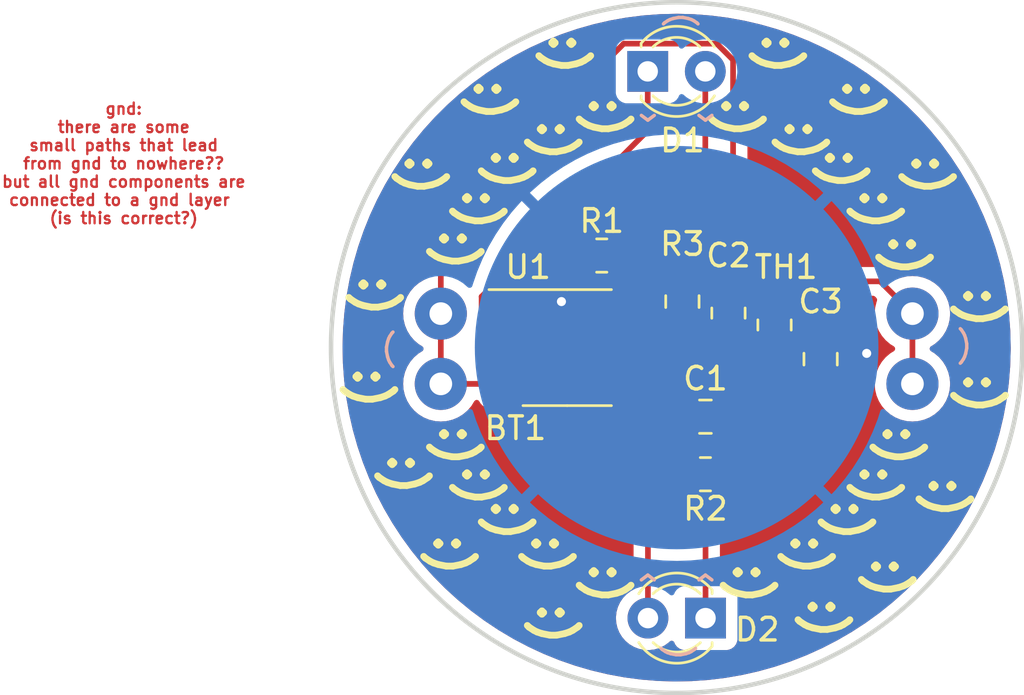
<source format=kicad_pcb>
(kicad_pcb (version 20211014) (generator pcbnew)
  (layers (0 "F.Cu" signal) (31 "B.Cu" signal) (34 "B.Paste" user) (35 "F.Paste" user) (36 "B.SilkS" user "B.Silkscreen") (37 "F.SilkS" user "F.Silkscreen") (38 "B.Mask" user) (39 "F.Mask" user) (44 "Edge.Cuts" user))
  (net 0 "")
  (net 1 "+3V0")
  (net 2 "GND")
  (net 3 "Net-(C1-Pad1)")
  (net 4 "trg")
  (net 5 "Net-(D1-Pad1)")
  (net 6 "Net-(D1-Pad2)")
  (net 7 "Net-(D2-Pad1)")
  (net 8 "Net-(R3-Pad1)")
  (footprint "LED_THT:LED_D3.0mm" (layer "F.Cu") (at 144.775 85.852)
    (fp_text reference "D1" (at 1.529 3.048) (layer "F.SilkS"))
    (fp_text value "LED")
    (fp_line (start -0.29 1.08) (end -0.29 1.236) (layer "F.SilkS") (width 0.12))
    (fp_line (start -0.29 -1.236) (end -0.29 -1.08) (layer "F.SilkS") (width 0.12))
    (fp_arc (start 2.942335 1.078608) (mid 1.366487 1.987659) (end -0.29 1.235516) (layer "F.SilkS") (width 0.12))
    (fp_arc (start 2.31113 1.079837) (mid 1.270117 1.5) (end 0.229039 1.08) (layer "F.SilkS") (width 0.12))
    (fp_arc (start -0.29 -1.235516) (mid 1.366487 -1.987659) (end 2.942335 -1.078608) (layer "F.SilkS") (width 0.12))
    (fp_arc (start 0.229039 -1.08) (mid 1.270117 -1.5) (end 2.31113 -1.079837) (layer "F.SilkS") (width 0.12))
    (pad "1" thru_hole rect (at 0 0) (size 1.8 1.8) (drill 0.9) (layers *.Cu *.Mask) (net 5 "Net-(D1-Pad1)"))
    (pad "2" thru_hole circle (at 2.54 0) (size 1.8 1.8) (drill 0.9) (layers *.Cu *.Mask) (net 6 "Net-(D1-Pad2)"))
  )
  (footprint "Resistor_SMD:R_0805_2012Metric_Pad1.20x1.40mm_HandSolder" (layer "F.Cu") (at 147.32 103.632)
    (fp_text reference "R2" (at 0 1.524) (layer "F.SilkS"))
    (fp_text value "470")
    (fp_line (start -0.227064 -0.735) (end 0.227064 -0.735) (layer "F.SilkS") (width 0.12))
    (fp_line (start -0.227064 0.735) (end 0.227064 0.735) (layer "F.SilkS") (width 0.12))
    (pad "1" smd roundrect (at -1 0) (size 1.2 1.4) (layers "F.Cu" "F.Paste" "F.Mask") (roundrect_rratio 0.208333) (net 7 "Net-(D2-Pad1)"))
    (pad "2" smd roundrect (at 1 0) (size 1.2 1.4) (layers "F.Cu" "F.Paste" "F.Mask") (roundrect_rratio 0.208333) (net 2 "GND"))
  )
  (footprint "Resistor_SMD:R_0805_2012Metric_Pad1.20x1.40mm_HandSolder" (layer "F.Cu") (at 148.336 96.52 90)
    (fp_text reference "R3" (at 3.048 -2.032 180) (layer "F.SilkS"))
    (fp_text value "4k")
    (fp_line (start -0.227064 -0.735) (end 0.227064 -0.735) (layer "F.SilkS") (width 0.12))
    (fp_line (start -0.227064 0.735) (end 0.227064 0.735) (layer "F.SilkS") (width 0.12))
    (pad "1" smd roundrect (at -1 0 90) (size 1.2 1.4) (layers "F.Cu" "F.Paste" "F.Mask") (roundrect_rratio 0.208333) (net 8 "Net-(R3-Pad1)"))
    (pad "2" smd roundrect (at 1 0 90) (size 1.2 1.4) (layers "F.Cu" "F.Paste" "F.Mask") (roundrect_rratio 0.208333) (net 1 "+3V0"))
  )
  (footprint "Resistor_SMD:R_0805_2012Metric_Pad1.20x1.40mm_HandSolder" (layer "F.Cu") (at 150.368 97.044 -90)
    (fp_text reference "TH1" (at -2.556 -0.508 180) (layer "F.SilkS"))
    (fp_text value "4.7k/25C")
    (fp_line (start -0.227064 0.735) (end 0.227064 0.735) (layer "F.SilkS") (width 0.12))
    (fp_line (start -0.227064 -0.735) (end 0.227064 -0.735) (layer "F.SilkS") (width 0.12))
    (pad "1" smd roundrect (at -1 0 270) (size 1.2 1.4) (layers "F.Cu" "F.Paste" "F.Mask") (roundrect_rratio 0.208333) (net 8 "Net-(R3-Pad1)"))
    (pad "2" smd roundrect (at 1 0 270) (size 1.2 1.4) (layers "F.Cu" "F.Paste" "F.Mask") (roundrect_rratio 0.208333) (net 4 "trg"))
  )
  (footprint "Capacitor_SMD:C_0805_2012Metric_Pad1.18x1.45mm_HandSolder" (layer "F.Cu") (at 147.32 101.092)
    (fp_text reference "C1" (at 0 -1.68) (layer "F.SilkS"))
    (fp_text value "10n")
    (fp_line (start -0.261252 0.735) (end 0.261252 0.735) (layer "F.SilkS") (width 0.12))
    (fp_line (start -0.261252 -0.735) (end 0.261252 -0.735) (layer "F.SilkS") (width 0.12))
    (pad "1" smd roundrect (at -1.0375 0) (size 1.175 1.45) (layers "F.Cu" "F.Paste" "F.Mask") (roundrect_rratio 0.212766) (net 3 "Net-(C1-Pad1)"))
    (pad "2" smd roundrect (at 1.0375 0) (size 1.175 1.45) (layers "F.Cu" "F.Paste" "F.Mask") (roundrect_rratio 0.212766) (net 2 "GND"))
  )
  (footprint "Capacitor_SMD:C_0805_2012Metric_Pad1.18x1.45mm_HandSolder" (layer "F.Cu") (at 146.304 96.012 -90)
    (fp_text reference "C2" (at -2.032 -2.032 180) (layer "F.SilkS"))
    (fp_text value "0.1")
    (fp_line (start -0.261252 0.735) (end 0.261252 0.735) (layer "F.SilkS") (width 0.12))
    (fp_line (start -0.261252 -0.735) (end 0.261252 -0.735) (layer "F.SilkS") (width 0.12))
    (pad "1" smd roundrect (at -1.0375 0 270) (size 1.175 1.45) (layers "F.Cu" "F.Paste" "F.Mask") (roundrect_rratio 0.212766) (net 1 "+3V0"))
    (pad "2" smd roundrect (at 1.0375 0 270) (size 1.175 1.45) (layers "F.Cu" "F.Paste" "F.Mask") (roundrect_rratio 0.212766) (net 2 "GND"))
  )
  (footprint "Package_SO:SOIC-8_3.9x4.9mm_P1.27mm" (layer "F.Cu") (at 141.224 98.044)
    (fp_text reference "U1" (at -1.725 -3.556) (layer "F.SilkS"))
    (fp_text value "my555")
    (fp_line (start 0 -2.56) (end -3.45 -2.56) (layer "F.SilkS") (width 0.12))
    (fp_line (start 0 2.56) (end -1.95 2.56) (layer "F.SilkS") (width 0.12))
    (fp_line (start 0 -2.56) (end 1.95 -2.56) (layer "F.SilkS") (width 0.12))
    (fp_line (start 0 2.56) (end 1.95 2.56) (layer "F.SilkS") (width 0.12))
    (pad "1" smd roundrect (at -2.475 -1.905) (size 1.95 0.6) (layers "F.Cu" "F.Paste" "F.Mask") (net 2 "GND"))
    (pad "2" smd roundrect (at -2.475 -0.635) (size 1.95 0.6) (layers "F.Cu" "F.Paste" "F.Mask") (net 4 "trg"))
    (pad "3" smd roundrect (at -2.475 0.635) (size 1.95 0.6) (layers "F.Cu" "F.Paste" "F.Mask") (net 5 "Net-(D1-Pad1)"))
    (pad "4" smd roundrect (at -2.475 1.905) (size 1.95 0.6) (layers "F.Cu" "F.Paste" "F.Mask") (net 1 "+3V0"))
    (pad "5" smd roundrect (at 2.475 1.905) (size 1.95 0.6) (layers "F.Cu" "F.Paste" "F.Mask") (net 3 "Net-(C1-Pad1)"))
    (pad "6" smd roundrect (at 2.475 0.635) (size 1.95 0.6) (layers "F.Cu" "F.Paste" "F.Mask") (net 4 "trg"))
    (pad "7" smd roundrect (at 2.475 -0.635) (size 1.95 0.6) (layers "F.Cu" "F.Paste" "F.Mask") (net 8 "Net-(R3-Pad1)"))
    (pad "8" smd roundrect (at 2.475 -1.905) (size 1.95 0.6) (layers "F.Cu" "F.Paste" "F.Mask") (net 1 "+3V0"))
  )
  (footprint "Resistor_SMD:R_0805_2012Metric_Pad1.20x1.40mm_HandSolder" (layer "F.Cu") (at 142.748 93.98)
    (fp_text reference "R1" (at 0 -1.524) (layer "F.SilkS"))
    (fp_text value "470")
    (fp_line (start -0.227064 0.735) (end 0.227064 0.735) (layer "F.SilkS") (width 0.12))
    (fp_line (start -0.227064 -0.735) (end 0.227064 -0.735) (layer "F.SilkS") (width 0.12))
    (pad "1" smd roundrect (at -1 0) (size 1.2 1.4) (layers "F.Cu" "F.Paste" "F.Mask") (roundrect_rratio 0.208333) (net 1 "+3V0"))
    (pad "2" smd roundrect (at 1 0) (size 1.2 1.4) (layers "F.Cu" "F.Paste" "F.Mask") (roundrect_rratio 0.208333) (net 6 "Net-(D1-Pad2)"))
  )
  (footprint "LED_THT:LED_D3.0mm" (layer "F.Cu") (at 147.325 109.982 180)
    (fp_text reference "D2" (at -2.281 -0.508) (layer "F.SilkS"))
    (fp_text value "LED")
    (fp_line (start -0.29 1.08) (end -0.29 1.236) (layer "F.SilkS") (width 0.12))
    (fp_line (start -0.29 -1.236) (end -0.29 -1.08) (layer "F.SilkS") (width 0.12))
    (fp_arc (start 0.229039 -1.08) (mid 1.270117 -1.5) (end 2.31113 -1.079837) (layer "F.SilkS") (width 0.12))
    (fp_arc (start 2.31113 1.079837) (mid 1.270117 1.5) (end 0.229039 1.08) (layer "F.SilkS") (width 0.12))
    (fp_arc (start -0.29 -1.235516) (mid 1.366487 -1.987659) (end 2.942335 -1.078608) (layer "F.SilkS") (width 0.12))
    (fp_arc (start 2.942335 1.078608) (mid 1.366487 1.987659) (end -0.29 1.235516) (layer "F.SilkS") (width 0.12))
    (pad "1" thru_hole rect (at 0 0 180) (size 1.8 1.8) (drill 0.9) (layers *.Cu *.Mask) (net 7 "Net-(D2-Pad1)"))
    (pad "2" thru_hole circle (at 2.54 0 180) (size 1.8 1.8) (drill 0.9) (layers *.Cu *.Mask) (net 5 "Net-(D1-Pad1)"))
  )
  (footprint "p490:coinbat" (layer "F.Cu") (at 146.05 98.044)
    (fp_text reference "BT1" (at -7.112 3.556 unlocked) (layer "F.SilkS"))
    (fp_text value "baby_batt")
    (pad "1" thru_hole circle (at -10.4 -1.5) (size 2.3 2.3) (drill 1) (layers *.Cu *.Mask) (net 1 "+3V0"))
    (pad "2" thru_hole circle (at -10.4 1.6) (size 2.3 2.3) (drill 1) (layers *.Cu *.Mask) (net 1 "+3V0"))
    (pad "3" thru_hole circle (at 10.4 -1.5) (size 2.3 2.3) (drill 1) (layers *.Cu *.Mask) (net 1 "+3V0"))
    (pad "4" thru_hole circle (at 10.4 1.6) (size 2.3 2.3) (drill 1) (layers *.Cu *.Mask) (net 1 "+3V0"))
    (pad "5" smd circle (at 0 0) (size 17.8 17.8) (layers "B.Cu" "B.Paste" "B.Mask") (net 2 "GND"))
  )
  (footprint "Capacitor_SMD:C_0805_2012Metric_Pad1.18x1.45mm_HandSolder" (layer "F.Cu") (at 152.4 98.552 -90)
    (fp_text reference "C3" (at -2.54 0 180) (layer "F.SilkS"))
    (fp_text value "33micro")
    (fp_line (start -0.261252 0.735) (end 0.261252 0.735) (layer "F.SilkS") (width 0.12))
    (fp_line (start -0.261252 -0.735) (end 0.261252 -0.735) (layer "F.SilkS") (width 0.12))
    (pad "1" smd roundrect (at -1.0375 0 270) (size 1.175 1.45) (layers "F.Cu" "F.Paste" "F.Mask") (roundrect_rratio 0.212766) (net 4 "trg"))
    (pad "2" smd roundrect (at 1.0375 0 270) (size 1.175 1.45) (layers "F.Cu" "F.Paste" "F.Mask") (roundrect_rratio 0.212766) (net 2 "GND"))
  )
  (gr_circle (center 146.05 98.044) (end 161.292117 98.044) (layer "Edge.Cuts") (width 0.2) (fill none))
  (gr_text "gnd:\nthere are some\nsmall paths that lead\nfrom gnd to nowhere??\nbut all gnd components are\nconnected to a gnd layer \n(is this correct?)\n" (at 121.666 89.916) (layer "F.Cu") (effects (font (size 0.5 0.5) (thickness 0.1))))
  (gr_text "^" (at 147.32 108.966) (layer "B.SilkS") (effects (font (size 1.5 1.5)) (justify mirror)))
  (gr_text ")" (at 133.35 98.044) (layer "B.SilkS") (effects (font (size 1 1)) (justify mirror)))
  (gr_text "^" (at 147.32 87.122 180) (layer "B.SilkS") (effects (font (size 1.5 1.5)) (justify mirror)))
  (gr_text ")" (at 146.304 83.566 270) (layer "B.SilkS") (effects (font (size 1 1)) (justify mirror)))
  (gr_text ")" (at 146.05 111.506 90) (layer "B.SilkS") (effects (font (size 1 1)) (justify mirror)))
  (gr_text "^" (at 144.78 108.966) (layer "B.SilkS") (effects (font (size 1.5 1.5)) (justify mirror)))
  (gr_text ")" (at 158.75 98.044 180) (layer "B.SilkS") (effects (font (size 1 1)) (justify mirror)))
  (gr_text "^" (at 144.78 87.122 180) (layer "B.SilkS") (effects (font (size 1.5 1.5)) (justify mirror)))
  (gr_text ":)\n" (at 136.398 93.726 270) (layer "F.SilkS") (effects (font (size 1.5 1.5) (thickness 0.3))))
  (gr_text ":)\n" (at 153.67 105.664 270) (layer "F.SilkS") (effects (font (size 1.5 1.5) (thickness 0.3))))
  (gr_text ":)\n" (at 155.448 108.204 270) (layer "F.SilkS") (effects (font (size 1.5 1.5) (thickness 0.3))))
  (gr_text ":)\n" (at 137.414 91.948 270) (layer "F.SilkS") (effects (font (size 1.5 1.5) (thickness 0.3))))
  (gr_text ":)\n" (at 134.874 90.424 270) (layer "F.SilkS") (effects (font (size 1.5 1.5) (thickness 0.3))))
  (gr_text ":)\n" (at 157.988 104.648 270) (layer "F.SilkS") (effects (font (size 1.5 1.5) (thickness 0.3))))
  (gr_text ":)\n" (at 159.512 96.266 270) (layer "F.SilkS") (effects (font (size 1.5 1.5) (thickness 0.3))))
  (gr_text ":)\n" (at 155.956 102.362 270) (layer "F.SilkS") (effects (font (size 1.5 1.5) (thickness 0.3))))
  (gr_text ":)\n" (at 138.684 90.17 270) (layer "F.SilkS") (effects (font (size 1.5 1.5) (thickness 0.3))))
  (gr_text ":)\n" (at 137.922 87.122 270) (layer "F.SilkS") (effects (font (size 1.5 1.5) (thickness 0.3))))
  (gr_text ":)\n" (at 154.178 87.122 270) (layer "F.SilkS") (effects (font (size 1.5 1.5) (thickness 0.3))))
  (gr_text ":)\n" (at 136.144 107.188 270) (layer "F.SilkS") (effects (font (size 1.5 1.5) (thickness 0.3))))
  (gr_text ":)\n" (at 153.416 90.17 270) (layer "F.SilkS") (effects (font (size 1.5 1.5) (thickness 0.3))))
  (gr_text ":)\n" (at 137.414 104.14 270) (layer "F.SilkS") (effects (font (size 1.5 1.5) (thickness 0.3))))
  (gr_text ":)\n" (at 154.94 91.948 270) (layer "F.SilkS") (effects (font (size 1.5 1.5) (thickness 0.3))))
  (gr_text ":)\n" (at 156.21 93.98 270) (layer "F.SilkS") (effects (font (size 1.5 1.5) (thickness 0.3))))
  (gr_text ":)\n" (at 140.716 110.236 270) (layer "F.SilkS") (effects (font (size 1.5 1.5) (thickness 0.3))))
  (gr_text ":)\n" (at 151.892 107.188 270) (layer "F.SilkS") (effects (font (size 1.5 1.5) (thickness 0.3))))
  (gr_text ":)\n" (at 154.94 104.14 270) (layer "F.SilkS") (effects (font (size 1.5 1.5) (thickness 0.3))))
  (gr_text ":)\n" (at 149.352 108.458 270) (layer "F.SilkS") (effects (font (size 1.5 1.5) (thickness 0.3))))
  (gr_text ":)\n" (at 132.588 99.822 270) (layer "F.SilkS") (effects (font (size 1.5 1.5) (thickness 0.3))))
  (gr_text ":)\n" (at 150.622 85.09 270) (layer "F.SilkS") (effects (font (size 1.5 1.5) (thickness 0.3))))
  (gr_text ":)\n" (at 141.224 85.09 270) (layer "F.SilkS") (effects (font (size 1.5 1.5) (thickness 0.3))))
  (gr_text ":)\n" (at 138.684 105.664 270) (layer "F.SilkS") (effects (font (size 1.5 1.5) (thickness 0.3))))
  (gr_text ":)\n" (at 159.512 100.076 270) (layer "F.SilkS") (effects (font (size 1.5 1.5) (thickness 0.3))))
  (gr_text ":)\n" (at 157.226 90.424 270) (layer "F.SilkS") (effects (font (size 1.5 1.5) (thickness 0.3))))
  (gr_text ":)\n" (at 148.844 87.884 270) (layer "F.SilkS") (effects (font (size 1.5 1.5) (thickness 0.3))))
  (gr_text ":)\n" (at 143.002 87.884 270) (layer "F.SilkS") (effects (font (size 1.5 1.5) (thickness 0.3))))
  (gr_text ":)\n" (at 143.002 108.458 270) (layer "F.SilkS") (effects (font (size 1.5 1.5) (thickness 0.3))))
  (gr_text ":)\n" (at 134.112 103.632 270) (layer "F.SilkS") (effects (font (size 1.5 1.5) (thickness 0.3))))
  (gr_text ":)\n" (at 151.638 88.9 270) (layer "F.SilkS") (effects (font (size 1.5 1.5) (thickness 0.3))))
  (gr_text ":)\n" (at 136.398 102.362 270) (layer "F.SilkS") (effects (font (size 1.5 1.5) (thickness 0.3))))
  (gr_text ":)\n" (at 152.654 109.982 270) (layer "F.SilkS") (effects (font (size 1.5 1.5) (thickness 0.3))))
  (gr_text ":)\n" (at 140.716 88.9 270) (layer "F.SilkS") (effects (font (size 1.5 1.5) (thickness 0.3))))
  (gr_text ":)\n" (at 140.462 107.188 270) (layer "F.SilkS") (effects (font (size 1.5 1.5) (thickness 0.3))))
  (gr_text ":)\n" (at 132.842 95.758 270) (layer "F.SilkS") (effects (font (size 1.5 1.5) (thickness 0.3))))
  (segment (start 135.65 96.544) (end 135.65 99.644) (width 0.25) (layer "F.Cu") (net 1))
  (segment (start 156.45 96.544) (end 155.02548 95.11948) (width 0.25) (layer "F.Cu") (net 1))
  (segment (start 147.82221 84.627489) (end 143.718511 84.627489) (width 0.25) (layer "F.Cu") (net 1))
  (segment (start 148.539511 91.298489) (end 148.539511 85.34479) (width 0.25) (layer "F.Cu") (net 1))
  (segment (start 146.304 94.9745) (end 147.7905 94.9745) (width 0.25) (layer "F.Cu") (net 1))
  (segment (start 143.699 96.139) (end 145.1395 96.139) (width 0.25) (layer "F.Cu") (net 1))
  (segment (start 143.718511 84.627489) (end 135.65 92.696) (width 0.25) (layer "F.Cu") (net 1))
  (segment (start 156.45 96.544) (end 156.45 99.644) (width 0.25) (layer "F.Cu") (net 1))
  (segment (start 135.65 92.696) (end 135.65 96.544) (width 0.25) (layer "F.Cu") (net 1))
  (segment (start 147.7905 94.9745) (end 148.336 95.52) (width 0.25) (layer "F.Cu") (net 1))
  (segment (start 143.699 96.139) (end 148.539511 91.298489) (width 0.25) (layer "F.Cu") (net 1))
  (segment (start 143.699 95.931) (end 141.748 93.98) (width 0.25) (layer "F.Cu") (net 1))
  (segment (start 145.1395 96.139) (end 146.304 94.9745) (width 0.25) (layer "F.Cu") (net 1))
  (segment (start 138.444 99.644) (end 135.65 99.644) (width 0.25) (layer "F.Cu") (net 1))
  (segment (start 148.539511 85.34479) (end 147.82221 84.627489) (width 0.25) (layer "F.Cu") (net 1))
  (segment (start 155.02548 95.11948) (end 148.22852 95.11948) (width 0.25) (layer "F.Cu") (net 1))
  (segment (start 143.699 96.139) (end 143.699 95.931) (width 0.25) (layer "F.Cu") (net 1))
  (segment (start 138.749 99.949) (end 138.444 99.644) (width 0.25) (layer "F.Cu") (net 1))
  (segment (start 138.749 96.139) (end 139.39448 96.78448) (width 0.25) (layer "F.Cu") (net 2))
  (segment (start 148.3575 103.5945) (end 148.32 103.632) (width 0.25) (layer "F.Cu") (net 2))
  (segment (start 148.3575 101.092) (end 148.3575 103.5945) (width 0.25) (layer "F.Cu") (net 2))
  (segment (start 139.39448 96.78448) (end 146.03898 96.78448) (width 0.25) (layer "F.Cu") (net 2))
  (via (at 154.432 98.298) (size 0.8) (drill 0.4) (layers "F.Cu" "B.Cu") (net 2))
  (via (at 140.97 96.012) (size 0.8) (drill 0.4) (layers "F.Cu" "B.Cu") (net 2))
  (segment (start 145.034 99.06) (end 144.78 99.06) (width 0.25) (layer "B.Cu") (net 2))
  (segment (start 144.78 98.044) (end 144.78 99.06) (width 0.25) (layer "B.Cu") (net 2))
  (segment (start 146.304 99.06) (end 144.78 99.06) (width 0.25) (layer "B.Cu") (net 2))
  (segment (start 143.699 99.949) (end 145.1395 99.949) (width 0.25) (layer "F.Cu") (net 3))
  (segment (start 145.1395 99.949) (end 146.2825 101.092) (width 0.25) (layer "F.Cu") (net 3))
  (segment (start 148.98496 98.91904) (end 149.86 98.044) (width 0.25) (layer "F.Cu") (net 4))
  (segment (start 143.699 98.679) (end 143.93904 98.91904) (width 0.25) (layer "F.Cu") (net 4))
  (segment (start 151.3625 98.044) (end 151.892 97.5145) (width 0.25) (layer "F.Cu") (net 4))
  (segment (start 143.93904 98.91904) (end 148.98496 98.91904) (width 0.25) (layer "F.Cu") (net 4))
  (segment (start 139.37352 98.03352) (end 143.05352 98.03352) (width 0.25) (layer "F.Cu") (net 4))
  (segment (start 149.86 98.044) (end 151.3625 98.044) (width 0.25) (layer "F.Cu") (net 4))
  (segment (start 143.05352 98.03352) (end 143.699 98.679) (width 0.25) (layer "F.Cu") (net 4))
  (segment (start 138.749 97.409) (end 139.37352 98.03352) (width 0.25) (layer "F.Cu") (net 4))
  (segment (start 137.44948 95.792448) (end 144.775 88.466928) (width 0.25) (layer "F.Cu") (net 5))
  (segment (start 144.775 88.466928) (end 144.775 85.852) (width 0.25) (layer "F.Cu") (net 5))
  (segment (start 139.125072 98.679) (end 144.785 104.338928) (width 0.25) (layer "F.Cu") (net 5))
  (segment (start 137.44948 97.755552) (end 137.44948 95.792448) (width 0.25) (layer "F.Cu") (net 5))
  (segment (start 138.749 98.679) (end 138.372928 98.679) (width 0.25) (layer "F.Cu") (net 5))
  (segment (start 144.785 104.338928) (end 144.785 109.982) (width 0.25) (layer "F.Cu") (net 5))
  (segment (start 138.372928 98.679) (end 137.44948 97.755552) (width 0.25) (layer "F.Cu") (net 5))
  (segment (start 138.749 98.679) (end 139.125072 98.679) (width 0.25) (layer "F.Cu") (net 5))
  (segment (start 147.315 85.852) (end 147.315 90.413) (width 0.25) (layer "F.Cu") (net 6))
  (segment (start 147.315 90.413) (end 143.748 93.98) (width 0.25) (layer "F.Cu") (net 6))
  (segment (start 146.32 103.632) (end 147.325 104.637) (width 0.25) (layer "F.Cu") (net 7))
  (segment (start 147.325 104.637) (end 147.325 109.982) (width 0.25) (layer "F.Cu") (net 7))
  (segment (start 143.699 97.409) (end 144.530507 97.409) (width 0.25) (layer "F.Cu") (net 8))
  (segment (start 148.892 97.52) (end 150.368 96.044) (width 0.25) (layer "F.Cu") (net 8))
  (segment (start 147.828 97.658493) (end 147.016973 98.46952) (width 0.25) (layer "F.Cu") (net 8))
  (segment (start 148.336 97.52) (end 148.892 97.52) (width 0.25) (layer "F.Cu") (net 8))
  (segment (start 147.828 97.52) (end 147.828 97.658493) (width 0.25) (layer "F.Cu") (net 8))
  (segment (start 144.530507 97.409) (end 145.591027 98.46952) (width 0.25) (layer "F.Cu") (net 8))
  (segment (start 145.591027 98.46952) (end 147.016973 98.46952) (width 0.25) (layer "F.Cu") (net 8))
  (zone (net 2) (net_name "GND") (layers F&B.Cu) (connect_pads (clearance 0.508)) (min_thickness 0.254) (fill yes (thermal_gap 0.508) (thermal_bridge_width 0.508))
    (polygon (pts (xy 161.29701 98.044) (xy 161.277484 97.272609) (xy 161.218956 96.503194) (xy 161.121576 95.737725) (xy 160.985594 94.978163) (xy 160.811357 94.226454) (xy 160.599312 93.484522) (xy 160.350002 92.754269) (xy 160.064066 92.037564) (xy 159.742235 91.336243) (xy 159.385335 90.652103) (xy 158.99428 89.986895) (xy 158.57007 89.342325) (xy 158.113793 88.720041) (xy 157.626617 88.121639) (xy 157.10979 87.548651) (xy 156.564636 87.002544) (xy 155.992551 86.484718) (xy 155.395 85.996499) (xy 154.773514 85.539136) (xy 154.129684 85.113802) (xy 153.46516 84.721586) (xy 152.781644 84.363493) (xy 152.080886 84.040439) (xy 151.364681 83.753252) (xy 150.634864 83.502668) (xy 149.893304 83.289329) (xy 149.1419 83.11378) (xy 148.382577 82.976472) (xy 147.617279 82.877756) (xy 146.847967 82.817885) (xy 146.076611 82.797013) (xy 145.305187 82.815193) (xy 144.535671 82.872378) (xy 143.770033 82.968422) (xy 143.010235 83.103078) (xy 142.258223 83.276003) (xy 141.515922 83.486753) (xy 140.785235 83.734787) (xy 140.068032 84.019472) (xy 139.366151 84.340078) (xy 138.681389 84.695784) (xy 138.0155 85.085678) (xy 137.370189 85.508762) (xy 136.747111 85.963952) (xy 136.147859 86.450083) (xy 135.57397 86.965909) (xy 135.026913 87.510109) (xy 134.508089 88.08129) (xy 134.018827 88.677987) (xy 133.560381 89.298674) (xy 133.133924 89.941761) (xy 132.740548 90.605599) (xy 132.381262 91.288489) (xy 132.056986 91.988682) (xy 131.76855 92.704385) (xy 131.516692 93.433763) (xy 131.302059 94.17495) (xy 131.125199 94.926047) (xy 130.986566 95.685129) (xy 130.886515 96.450253) (xy 130.825301 97.21946) (xy 130.803083 97.990778) (xy 130.819916 98.762233) (xy 130.875758 99.531847) (xy 130.970465 100.297652) (xy 131.103796 101.057683) (xy 131.275407 101.809996) (xy 131.484861 102.552664) (xy 131.731621 103.283783) (xy 132.015053 104.001481) (xy 132.334434 104.703921) (xy 132.688943 105.389303) (xy 133.077675 106.055872) (xy 133.499632 106.701919) (xy 133.953734 107.325792) (xy 134.438818 107.925891) (xy 134.953641 108.500679) (xy 135.496886 109.048685) (xy 136.06716 109.568505) (xy 136.663003 110.058808) (xy 137.282889 110.518337) (xy 137.92523 110.945916) (xy 138.588381 111.340449) (xy 139.270643 111.700926) (xy 139.970269 112.026424) (xy 140.685467 112.316109) (xy 141.414405 112.569239) (xy 142.155216 112.785166) (xy 142.906003 112.963336) (xy 143.664842 113.103294) (xy 144.429791 113.204681) (xy 145.198889 113.267236) (xy 145.970167 113.290801) (xy 146.74165 113.275314) (xy 147.511361 113.220816) (xy 148.277329 113.127445) (xy 149.037593 112.995442) (xy 149.790204 112.825143) (xy 150.533236 112.616986) (xy 151.264785 112.371503) (xy 151.982977 112.089323) (xy 152.685973 111.771169) (xy 153.371972 111.417856) (xy 154.039218 111.030289) (xy 154.686002 110.60946) (xy 155.310666 110.156448) (xy 155.91161 109.672412) (xy 156.487297 109.158592) (xy 157.03625 108.616305) (xy 157.557065 108.046939) (xy 158.048406 107.451952) (xy 158.509016 106.832869) (xy 158.937716 106.191276) (xy 159.333406 105.528814) (xy 159.695073 104.847183) (xy 160.021792 104.148126) (xy 160.312724 103.433434) (xy 160.567126 102.704939) (xy 160.784346 101.964506) (xy 160.963826 101.214032) (xy 161.105108 100.455438) (xy 161.20783 99.690667) (xy 161.271728 98.921679) (xy 161.296638 98.150443)))
  )
)
</source>
